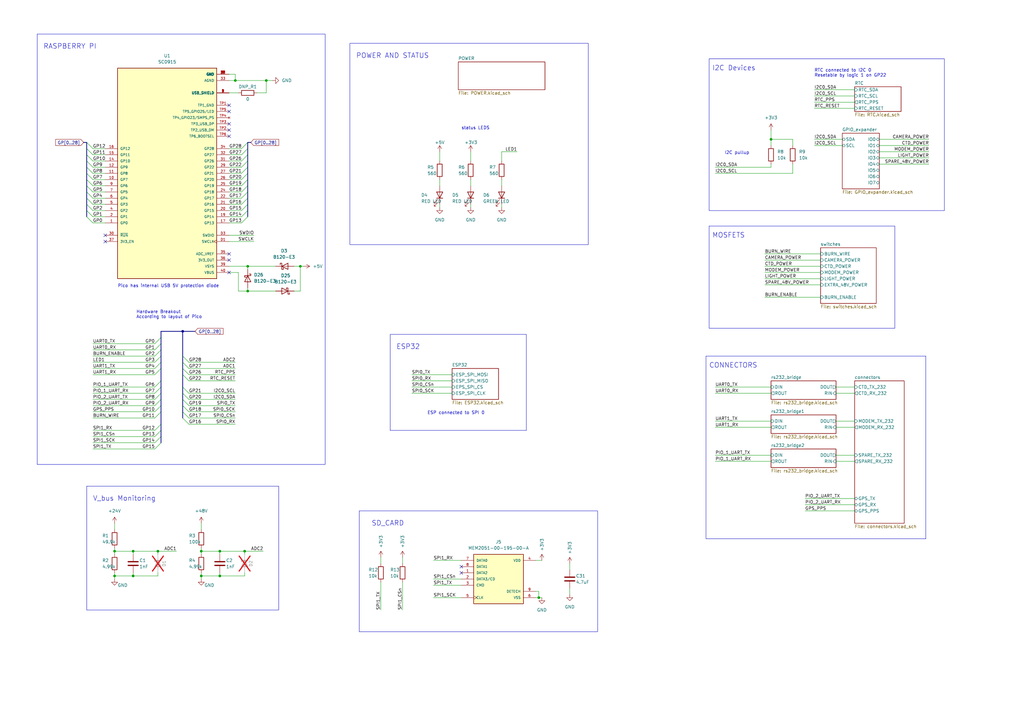
<source format=kicad_sch>
(kicad_sch (version 20230121) (generator eeschema)
  (paper "A3")
  (lib_symbols
    (symbol "Device:C" (pin_numbers hide) (pin_names (offset 0.254))
      (property "Reference" "C" (at 0.635 2.54 0))
      (property "Value" "C" (at 0.635 -2.54 0))
      (symbol "C_0_1"
        (polyline (pts (xy -2.032 -0.762) (xy 2.032 -0.762)) (stroke (width 0.508)))
        (polyline (pts (xy -2.032 0.762) (xy 2.032 0.762)) (stroke (width 0.508)))
      )
      (symbol "C_1_1"
        (pin passive line (at 0 3.81 270) (length 2.794) (name "~") (number "1"))
        (pin passive line (at 0 -3.81 90) (length 2.794) (name "~") (number "2"))
      )
    )
    (symbol "Device:D_Zener" (pin_numbers hide) (pin_names (offset 1.016) hide)
      (property "Reference" "D" (at 0 2.54 0))
      (property "Value" "D_Zener" (at 0 -2.54 0))
      (symbol "D_Zener_0_1"
        (polyline (pts (xy 1.27 0) (xy -1.27 0)))
        (polyline (pts (xy -1.27 -1.27) (xy -1.27 1.27) (xy -0.762 1.27)) (stroke (width 0.254)))
        (polyline (pts (xy 1.27 -1.27) (xy 1.27 1.27) (xy -1.27 0) (xy 1.27 -1.27)) (stroke (width 0.254)))
      )
      (symbol "D_Zener_1_1"
        (pin passive line (at -3.81 0 0) (length 2.54) (name "K") (number "1"))
        (pin passive line (at 3.81 0 180) (length 2.54) (name "A") (number "2"))
      )
    )
    (symbol "Device:LED" (pin_numbers hide) (pin_names (offset 1.016) hide)
      (property "Reference" "D" (at 0 2.54 0))
      (property "Value" "LED" (at 0 -2.54 0))
      (symbol "LED_0_1"
        (polyline (pts (xy -1.27 -1.27) (xy -1.27 1.27)) (stroke (width 0.254)))
        (polyline (pts (xy -1.27 0) (xy 1.27 0)))
        (polyline (pts (xy 1.27 -1.27) (xy 1.27 1.27) (xy -1.27 0) (xy 1.27 -1.27)) (stroke (width 0.254)))
        (polyline (pts (xy -3.048 -0.762) (xy -4.572 -2.286) (xy -3.81 -2.286) (xy -4.572 -2.286) (xy -4.572 -1.524)))
        (polyline (pts (xy -1.778 -0.762) (xy -3.302 -2.286) (xy -2.54 -2.286) (xy -3.302 -2.286) (xy -3.302 -1.524)))
      )
      (symbol "LED_1_1"
        (pin passive line (at -3.81 0 0) (length 2.54) (name "K") (number "1"))
        (pin passive line (at 3.81 0 180) (length 2.54) (name "A") (number "2"))
      )
    )
    (symbol "Device:R" (pin_numbers hide) (pin_names (offset 0))
      (property "Reference" "R" (at 2.032 0 90))
      (property "Value" "R" (at 0 0 90))
      (symbol "R_0_1"
        (rectangle (start -1.016 -2.54) (end 1.016 2.54) (stroke (width 0.254)))
      )
      (symbol "R_1_1"
        (pin passive line (at 0 3.81 270) (length 1.27) (name "~") (number "1"))
        (pin passive line (at 0 -3.81 90) (length 1.27) (name "~") (number "2"))
      )
    )
    (symbol "Diode:B120-E3" (pin_numbers hide) (pin_names hide)
      (property "Reference" "D" (at 0 2.54 0))
      (property "Value" "B120-E3" (at 0 -2.54 0))
      (symbol "B120-E3_0_1"
        (polyline (pts (xy 1.27 0) (xy -1.27 0)))
        (polyline (pts (xy 1.27 1.27) (xy 1.27 -1.27) (xy -1.27 0) (xy 1.27 1.27)) (stroke (width 0.254)))
        (polyline (pts (xy -1.905 0.635) (xy -1.905 1.27) (xy -1.27 1.27) (xy -1.27 -1.27) (xy -0.635 -1.27) (xy -0.635 -0.635)) (stroke (width 0.254)))
      )
      (symbol "B120-E3_1_1"
        (pin passive line (at -3.81 0 0) (length 2.54) (name "K") (number "1"))
        (pin passive line (at 3.81 0 180) (length 2.54) (name "A") (number "2"))
      )
    )
    (symbol "MEM2051-00-195-00-A:MEM2051-00-195-00-A" (pin_names (offset 1.016))
      (property "Reference" "J" (at -10.16 10.16 0))
      (property "Value" "MEM2051-00-195-00-A" (at -10.16 -12.7 0))
      (symbol "MEM2051-00-195-00-A_0_0"
        (rectangle (start -10.16 -10.16) (end 10.16 10.16) (stroke (width 0.254)) (fill (type background)))
        (pin bidirectional line (at -15.24 2.54 0) (length 5.08) (name "DATA2") (number "1"))
        (pin bidirectional line (at -15.24 0 0) (length 5.08) (name "DATA3/CD") (number "2"))
        (pin bidirectional line (at -15.24 -2.54 0) (length 5.08) (name "CMD") (number "3"))
        (pin power_in line (at 15.24 7.62 180) (length 5.08) (name "VDD") (number "4"))
        (pin bidirectional clock (at -15.24 -7.62 0) (length 5.08) (name "CLK") (number "5"))
        (pin power_in line (at 15.24 -7.62 180) (length 5.08) (name "VSS") (number "6"))
        (pin bidirectional line (at -15.24 7.62 0) (length 5.08) (name "DATA0") (number "7"))
        (pin bidirectional line (at -15.24 5.08 0) (length 5.08) (name "DATA1") (number "8"))
        (pin passive line (at 15.24 -5.08 180) (length 5.08) (name "DETECH") (number "9"))
      )
    )
    (symbol "SC0915:SC0915" (pin_names (offset 1.016))
      (property "Reference" "U" (at -20.32 44.069 0))
      (property "Value" "SC0915" (at -20.32 -45.72 0))
      (symbol "SC0915_0_0"
        (rectangle (start -20.32 -43.18) (end 20.32 43.18) (stroke (width 0.254)) (fill (type background)))
        (pin bidirectional line (at -25.4 20.32 0) (length 5.08) (name "GP0") (number "1"))
        (pin bidirectional line (at -25.4 2.54 0) (length 5.08) (name "GP7") (number "10"))
        (pin bidirectional line (at -25.4 0 0) (length 5.08) (name "GP8") (number "11"))
        (pin bidirectional line (at -25.4 -2.54 0) (length 5.08) (name "GP9") (number "12"))
        (pin power_in line (at 25.4 -40.64 180) (length 5.08) (name "GND") (number "13"))
        (pin bidirectional line (at -25.4 -5.08 0) (length 5.08) (name "GP10") (number "14"))
        (pin bidirectional line (at -25.4 -7.62 0) (length 5.08) (name "GP11") (number "15"))
        (pin bidirectional line (at -25.4 -10.16 0) (length 5.08) (name "GP12") (number "16"))
        (pin bidirectional line (at 25.4 20.32 180) (length 5.08) (name "GP13") (number "17"))
        (pin power_in line (at 25.4 -40.64 180) (length 5.08) (name "GND") (number "18"))
        (pin bidirectional line (at 25.4 17.78 180) (length 5.08) (name "GP14") (number "19"))
        (pin bidirectional line (at -25.4 17.78 0) (length 5.08) (name "GP1") (number "2"))
        (pin bidirectional line (at 25.4 15.24 180) (length 5.08) (name "GP15") (number "20"))
        (pin bidirectional line (at 25.4 12.7 180) (length 5.08) (name "GP16") (number "21"))
        (pin bidirectional line (at 25.4 10.16 180) (length 5.08) (name "GP17") (number "22"))
        (pin power_in line (at 25.4 -40.64 180) (length 5.08) (name "GND") (number "23"))
        (pin bidirectional line (at 25.4 7.62 180) (length 5.08) (name "GP18") (number "24"))
        (pin bidirectional line (at 25.4 5.08 180) (length 5.08) (name "GP19") (number "25"))
        (pin bidirectional line (at 25.4 2.54 180) (length 5.08) (name "GP20") (number "26"))
        (pin bidirectional line (at 25.4 0 180) (length 5.08) (name "GP21") (number "27"))
        (pin power_in line (at 25.4 -40.64 180) (length 5.08) (name "GND") (number "28"))
        (pin bidirectional line (at 25.4 -2.54 180) (length 5.08) (name "GP22") (number "29"))
        (pin power_in line (at 25.4 -40.64 180) (length 5.08) (name "GND") (number "3"))
        (pin input line (at -25.4 25.4 0) (length 5.08) (name "~{RUN}") (number "30"))
        (pin bidirectional line (at 25.4 -5.08 180) (length 5.08) (name "GP26") (number "31"))
        (pin bidirectional line (at 25.4 -7.62 180) (length 5.08) (name "GP27") (number "32"))
        (pin power_in line (at 25.4 -38.1 180) (length 5.08) (name "AGND") (number "33"))
        (pin bidirectional line (at 25.4 -10.16 180) (length 5.08) (name "GP28") (number "34"))
        (pin power_in line (at 25.4 33.02 180) (length 5.08) (name "ADC_VREF") (number "35"))
        (pin power_in line (at 25.4 35.56 180) (length 5.08) (name "3V3_OUT") (number "36"))
        (pin input line (at -25.4 27.94 0) (length 5.08) (name "3V3_EN") (number "37"))
        (pin power_in line (at 25.4 -40.64 180) (length 5.08) (name "GND") (number "38"))
        (pin power_in line (at 25.4 38.1 180) (length 5.08) (name "VSYS") (number "39"))
        (pin bidirectional line (at -25.4 15.24 0) (length 5.08) (name "GP2") (number "4"))
        (pin power_in line (at 25.4 40.64 180) (length 5.08) (name "VBUS") (number "40"))
        (pin bidirectional line (at -25.4 12.7 0) (length 5.08) (name "GP3") (number "5"))
        (pin bidirectional line (at -25.4 10.16 0) (length 5.08) (name "GP4") (number "6"))
        (pin bidirectional line (at -25.4 7.62 0) (length 5.08) (name "GP5") (number "7"))
        (pin power_in line (at 25.4 -40.64 180) (length 5.08) (name "GND") (number "8"))
        (pin bidirectional line (at -25.4 5.08 0) (length 5.08) (name "GP6") (number "9"))
        (pin power_in line (at 25.4 -33.02 180) (length 5.08) (name "USB_SHIELD") (number "A"))
        (pin power_in line (at 25.4 -33.02 180) (length 5.08) (name "USB_SHIELD") (number "B"))
        (pin power_in line (at 25.4 -33.02 180) (length 5.08) (name "USB_SHIELD") (number "C"))
        (pin power_in line (at 25.4 -33.02 180) (length 5.08) (name "USB_SHIELD") (number "D"))
        (pin input clock (at 25.4 27.94 180) (length 5.08) (name "SWCLK") (number "D1"))
        (pin power_in line (at 25.4 -40.64 180) (length 5.08) (name "GND") (number "D2"))
        (pin bidirectional line (at 25.4 25.4 180) (length 5.08) (name "SWDIO") (number "D3"))
        (pin power_in line (at 25.4 -27.94 180) (length 5.08) (name "TP1_GND") (number "TP1"))
        (pin bidirectional line (at 25.4 -17.78 180) (length 5.08) (name "TP2_USB_DM") (number "TP2"))
        (pin bidirectional line (at 25.4 -20.32 180) (length 5.08) (name "TP3_USB_DP") (number "TP3"))
        (pin no_connect line (at 25.4 -22.86 180) (length 5.08) (name "TP4_GPIO23/SMPS_PS") (number "TP4"))
        (pin output line (at 25.4 -25.4 180) (length 5.08) (name "TP5_GPIO25/LED") (number "TP5"))
        (pin input line (at 25.4 -15.24 180) (length 5.08) (name "TP6_BOOTSEL") (number "TP6"))
      )
    )
    (symbol "power:+24V" (power) (pin_names (offset 0))
      (property "Value" "+24V" (at 0 3.556 0))
      (symbol "+24V_0_1"
        (polyline (pts (xy -0.762 1.27) (xy 0 2.54)))
        (polyline (pts (xy 0 0) (xy 0 2.54)))
        (polyline (pts (xy 0 2.54) (xy 0.762 1.27)))
      )
      (symbol "+24V_1_1"
        (pin power_in line (at 0 0 90) (length 0) hide (name "+24V") (number "1"))
      )
    )
    (symbol "power:+3V3" (power) (pin_names (offset 0))
      (property "Value" "+3V3" (at 0 3.556 0))
      (symbol "+3V3_0_1"
        (polyline (pts (xy -0.762 1.27) (xy 0 2.54)))
        (polyline (pts (xy 0 0) (xy 0 2.54)))
        (polyline (pts (xy 0 2.54) (xy 0.762 1.27)))
      )
      (symbol "+3V3_1_1"
        (pin power_in line (at 0 0 90) (length 0) hide (name "+3V3") (number "1"))
      )
    )
    (symbol "power:+48V" (power) (pin_names (offset 0))
      (property "Value" "+48V" (at 0 3.556 0))
      (symbol "+48V_0_1"
        (polyline (pts (xy -0.762 1.27) (xy 0 2.54)))
        (polyline (pts (xy 0 0) (xy 0 2.54)))
        (polyline (pts (xy 0 2.54) (xy 0.762 1.27)))
      )
      (symbol "+48V_1_1"
        (pin power_in line (at 0 0 90) (length 0) hide (name "+48V") (number "1"))
      )
    )
    (symbol "power:+5V" (power) (pin_names (offset 0))
      (property "Value" "+5V" (at 0 3.556 0))
      (symbol "+5V_0_1"
        (polyline (pts (xy -0.762 1.27) (xy 0 2.54)))
        (polyline (pts (xy 0 0) (xy 0 2.54)))
        (polyline (pts (xy 0 2.54) (xy 0.762 1.27)))
      )
      (symbol "+5V_1_1"
        (pin power_in line (at 0 0 90) (length 0) hide (name "+5V") (number "1"))
      )
    )
    (symbol "power:GND" (power) (pin_names (offset 0))
      (property "Value" "GND" (at 0 -3.81 0))
      (symbol "GND_0_1"
        (polyline (pts (xy 0 0) (xy 0 -1.27) (xy 1.27 -1.27) (xy 0 -2.54) (xy -1.27 -1.27) (xy 0 -1.27)))
      )
      (symbol "GND_1_1"
        (pin power_in line (at 0 0 270) (length 0) hide (name "GND") (number "1"))
      )
    )
  )
  (junction (at 54.61 236.22))
  (junction (at 64.77 226.06))
  (junction (at 123.19 109.22))
  (junction (at 54.61 226.06))
  (junction (at 90.17 236.22))
  (junction (at 74.93 135.89))
  (junction (at 101.6 119.38))
  (junction (at 46.99 226.06))
  (junction (at 82.55 226.06))
  (junction (at 82.55 236.22))
  (junction (at 96.52 33.02))
  (junction (at 46.99 236.22))
  (junction (at 316.23 57.15))
  (junction (at 101.6 109.22))
  (junction (at 220.98 245.11))
  (junction (at 90.17 226.06))
  (junction (at 109.22 33.02))
  (junction (at 100.33 226.06))
  (no_connect (at 93.98 111.76))
  (no_connect (at 93.98 53.34))
  (no_connect (at 93.98 45.72))
  (no_connect (at 189.23 232.41))
  (no_connect (at 43.18 96.52))
  (no_connect (at 93.98 50.8))
  (no_connect (at 93.98 106.68))
  (no_connect (at 43.18 99.06))
  (no_connect (at 93.98 55.88))
  (no_connect (at 189.23 234.95))
  (no_connect (at 93.98 104.14))
  (no_connect (at 93.98 43.18))
  (bus_entry (at 99.06 68.58) (size 2.54 -2.54))
  (bus_entry (at 77.47 166.37) (size -2.54 -2.54))
  (bus_entry (at 77.47 151.13) (size -2.54 -2.54))
  (bus_entry (at 77.47 171.45) (size -2.54 -2.54))
  (bus_entry (at 38.1 68.58) (size -2.54 -2.54))
  (bus_entry (at 38.1 83.82) (size -2.54 -2.54))
  (bus_entry (at 38.1 66.04) (size -2.54 -2.54))
  (bus_entry (at 77.47 161.29) (size -2.54 -2.54))
  (bus_entry (at 38.1 88.9) (size -2.54 -2.54))
  (bus_entry (at 63.5 148.59) (size 2.54 -2.54))
  (bus_entry (at 63.5 158.75) (size 2.54 -2.54))
  (bus_entry (at 38.1 86.36) (size -2.54 -2.54))
  (bus_entry (at 63.5 140.97) (size 2.54 -2.54))
  (bus_entry (at 77.47 148.59) (size -2.54 -2.54))
  (bus_entry (at 99.06 66.04) (size 2.54 -2.54))
  (bus_entry (at 63.5 163.83) (size 2.54 -2.54))
  (bus_entry (at 99.06 76.2) (size 2.54 -2.54))
  (bus_entry (at 99.06 86.36) (size 2.54 -2.54))
  (bus_entry (at 99.06 71.12) (size 2.54 -2.54))
  (bus_entry (at 99.06 78.74) (size 2.54 -2.54))
  (bus_entry (at 77.47 156.21) (size -2.54 -2.54))
  (bus_entry (at 38.1 76.2) (size -2.54 -2.54))
  (bus_entry (at 99.06 63.5) (size 2.54 -2.54))
  (bus_entry (at 38.1 63.5) (size -2.54 -2.54))
  (bus_entry (at 63.5 179.07) (size 2.54 -2.54))
  (bus_entry (at 38.1 91.44) (size -2.54 -2.54))
  (bus_entry (at 63.5 166.37) (size 2.54 -2.54))
  (bus_entry (at 63.5 161.29) (size 2.54 -2.54))
  (bus_entry (at 77.47 173.99) (size -2.54 -2.54))
  (bus_entry (at 99.06 81.28) (size 2.54 -2.54))
  (bus_entry (at 63.5 176.53) (size 2.54 -2.54))
  (bus_entry (at 38.1 78.74) (size -2.54 -2.54))
  (bus_entry (at 63.5 171.45) (size 2.54 -2.54))
  (bus_entry (at 63.5 181.61) (size 2.54 -2.54))
  (bus_entry (at 77.47 153.67) (size -2.54 -2.54))
  (bus_entry (at 99.06 83.82) (size 2.54 -2.54))
  (bus_entry (at 63.5 168.91) (size 2.54 -2.54))
  (bus_entry (at 77.47 163.83) (size -2.54 -2.54))
  (bus_entry (at 63.5 153.67) (size 2.54 -2.54))
  (bus_entry (at 99.06 73.66) (size 2.54 -2.54))
  (bus_entry (at 38.1 60.96) (size -2.54 -2.54))
  (bus_entry (at 77.47 168.91) (size -2.54 -2.54))
  (bus_entry (at 99.06 91.44) (size 2.54 -2.54))
  (bus_entry (at 38.1 81.28) (size -2.54 -2.54))
  (bus_entry (at 38.1 73.66) (size -2.54 -2.54))
  (bus_entry (at 63.5 143.51) (size 2.54 -2.54))
  (bus_entry (at 63.5 184.15) (size 2.54 -2.54))
  (bus_entry (at 63.5 146.05) (size 2.54 -2.54))
  (bus_entry (at 99.06 60.96) (size 2.54 -2.54))
  (bus_entry (at 38.1 71.12) (size -2.54 -2.54))
  (bus_entry (at 63.5 151.13) (size 2.54 -2.54))
  (bus_entry (at 99.06 88.9) (size 2.54 -2.54))
  (bus (pts (xy 66.04 138.43) (xy 66.04 140.97)))
  (wire (pts (xy 38.1 76.2) (xy 43.18 76.2)))
  (bus (pts (xy 35.56 73.66) (xy 35.56 76.2)))
  (wire (pts (xy 63.5 143.51) (xy 38.1 143.51)))
  (wire (pts (xy 123.19 109.22) (xy 123.19 119.38)))
  (wire (pts (xy 205.74 73.66) (xy 205.74 76.2)))
  (wire (pts (xy 63.5 161.29) (xy 38.1 161.29)))
  (bus (pts (xy 74.93 135.89) (xy 74.93 146.05)))
  (wire (pts (xy 38.1 81.28) (xy 43.18 81.28)))
  (wire (pts (xy 325.12 57.15) (xy 325.12 59.69)))
  (wire (pts (xy 63.5 184.15) (xy 38.1 184.15)))
  (wire (pts (xy 97.79 119.38) (xy 101.6 119.38)))
  (wire (pts (xy 360.68 67.31) (xy 381 67.31)))
  (bus (pts (xy 74.93 153.67) (xy 74.93 158.75)))
  (wire (pts (xy 233.68 241.3) (xy 233.68 243.84)))
  (wire (pts (xy 82.55 234.95) (xy 82.55 236.22)))
  (wire (pts (xy 64.77 226.06) (xy 72.39 226.06)))
  (bus (pts (xy 101.6 68.58) (xy 101.6 71.12)))
  (wire (pts (xy 93.98 99.06) (xy 104.14 99.06)))
  (bus (pts (xy 66.04 158.75) (xy 66.04 161.29)))
  (wire (pts (xy 77.47 171.45) (xy 96.52 171.45)))
  (wire (pts (xy 330.2 204.47) (xy 350.52 204.47)))
  (wire (pts (xy 293.37 161.29) (xy 316.23 161.29)))
  (wire (pts (xy 220.98 242.57) (xy 220.98 245.11)))
  (wire (pts (xy 336.55 106.68) (xy 313.69 106.68)))
  (bus (pts (xy 66.04 163.83) (xy 66.04 166.37)))
  (wire (pts (xy 90.17 226.06) (xy 90.17 227.33)))
  (wire (pts (xy 120.65 119.38) (xy 123.19 119.38)))
  (wire (pts (xy 336.55 111.76) (xy 313.69 111.76)))
  (wire (pts (xy 233.68 231.14) (xy 233.68 233.68)))
  (wire (pts (xy 82.55 236.22) (xy 82.55 237.49)))
  (wire (pts (xy 330.2 209.55) (xy 350.52 209.55)))
  (wire (pts (xy 77.47 166.37) (xy 96.52 166.37)))
  (wire (pts (xy 100.33 234.95) (xy 100.33 236.22)))
  (wire (pts (xy 293.37 175.26) (xy 316.23 175.26)))
  (wire (pts (xy 82.55 236.22) (xy 90.17 236.22)))
  (wire (pts (xy 93.98 60.96) (xy 99.06 60.96)))
  (bus (pts (xy 66.04 168.91) (xy 66.04 173.99)))
  (wire (pts (xy 101.6 109.22) (xy 113.03 109.22)))
  (wire (pts (xy 336.55 116.84) (xy 313.69 116.84)))
  (wire (pts (xy 100.33 226.06) (xy 100.33 227.33)))
  (wire (pts (xy 185.42 161.29) (xy 168.91 161.29)))
  (wire (pts (xy 177.8 245.11) (xy 189.23 245.11)))
  (wire (pts (xy 90.17 236.22) (xy 100.33 236.22)))
  (wire (pts (xy 63.5 140.97) (xy 38.1 140.97)))
  (wire (pts (xy 38.1 63.5) (xy 43.18 63.5)))
  (wire (pts (xy 325.12 57.15) (xy 316.23 57.15)))
  (wire (pts (xy 342.9 186.69) (xy 350.52 186.69)))
  (bus (pts (xy 35.56 68.58) (xy 35.56 71.12)))
  (wire (pts (xy 93.98 86.36) (xy 99.06 86.36)))
  (wire (pts (xy 77.47 153.67) (xy 96.52 153.67)))
  (wire (pts (xy 77.47 151.13) (xy 96.52 151.13)))
  (wire (pts (xy 46.99 226.06) (xy 46.99 227.33)))
  (wire (pts (xy 93.98 81.28) (xy 99.06 81.28)))
  (wire (pts (xy 180.34 62.23) (xy 180.34 66.04)))
  (wire (pts (xy 165.1 228.6) (xy 165.1 231.14)))
  (bus (pts (xy 66.04 135.89) (xy 66.04 138.43)))
  (wire (pts (xy 93.98 33.02) (xy 96.52 33.02)))
  (wire (pts (xy 219.71 245.11) (xy 220.98 245.11)))
  (wire (pts (xy 38.1 71.12) (xy 43.18 71.12)))
  (wire (pts (xy 46.99 214.63) (xy 46.99 217.17)))
  (bus (pts (xy 66.04 148.59) (xy 66.04 151.13)))
  (bus (pts (xy 35.56 66.04) (xy 35.56 68.58)))
  (wire (pts (xy 77.47 173.99) (xy 96.52 173.99)))
  (wire (pts (xy 54.61 236.22) (xy 64.77 236.22)))
  (wire (pts (xy 54.61 226.06) (xy 54.61 227.33)))
  (wire (pts (xy 82.55 224.79) (xy 82.55 226.06)))
  (wire (pts (xy 93.98 96.52) (xy 104.14 96.52)))
  (wire (pts (xy 156.21 228.6) (xy 156.21 231.14)))
  (wire (pts (xy 156.21 250.19) (xy 156.21 238.76)))
  (bus (pts (xy 34.29 58.42) (xy 35.56 58.42)))
  (bus (pts (xy 35.56 86.36) (xy 35.56 88.9)))
  (bus (pts (xy 66.04 166.37) (xy 66.04 168.91)))
  (wire (pts (xy 82.55 214.63) (xy 82.55 217.17)))
  (wire (pts (xy 316.23 53.34) (xy 316.23 57.15)))
  (wire (pts (xy 293.37 71.12) (xy 325.12 71.12)))
  (bus (pts (xy 74.93 166.37) (xy 74.93 168.91)))
  (wire (pts (xy 43.18 91.44) (xy 38.1 91.44)))
  (bus (pts (xy 101.6 83.82) (xy 101.6 86.36)))
  (wire (pts (xy 93.98 88.9) (xy 99.06 88.9)))
  (bus (pts (xy 35.56 81.28) (xy 35.56 83.82)))
  (wire (pts (xy 342.9 161.29) (xy 350.52 161.29)))
  (wire (pts (xy 54.61 234.95) (xy 54.61 236.22)))
  (wire (pts (xy 64.77 226.06) (xy 64.77 227.33)))
  (wire (pts (xy 350.52 36.83) (xy 334.01 36.83)))
  (wire (pts (xy 93.98 66.04) (xy 99.06 66.04)))
  (wire (pts (xy 38.1 83.82) (xy 43.18 83.82)))
  (wire (pts (xy 46.99 236.22) (xy 54.61 236.22)))
  (wire (pts (xy 360.68 57.15) (xy 381 57.15)))
  (wire (pts (xy 293.37 189.23) (xy 316.23 189.23)))
  (bus (pts (xy 101.6 73.66) (xy 101.6 76.2)))
  (wire (pts (xy 316.23 57.15) (xy 316.23 59.69)))
  (wire (pts (xy 93.98 78.74) (xy 99.06 78.74)))
  (wire (pts (xy 177.8 237.49) (xy 189.23 237.49)))
  (bus (pts (xy 35.56 83.82) (xy 35.56 86.36)))
  (wire (pts (xy 77.47 148.59) (xy 96.52 148.59)))
  (wire (pts (xy 63.5 181.61) (xy 38.1 181.61)))
  (wire (pts (xy 334.01 59.69) (xy 345.44 59.69)))
  (wire (pts (xy 350.52 44.45) (xy 334.01 44.45)))
  (wire (pts (xy 336.55 114.3) (xy 313.69 114.3)))
  (wire (pts (xy 38.1 73.66) (xy 43.18 73.66)))
  (wire (pts (xy 63.5 158.75) (xy 38.1 158.75)))
  (bus (pts (xy 66.04 151.13) (xy 66.04 156.21)))
  (bus (pts (xy 74.93 168.91) (xy 74.93 171.45)))
  (wire (pts (xy 93.98 38.1) (xy 97.79 38.1)))
  (wire (pts (xy 219.71 229.87) (xy 222.25 229.87)))
  (wire (pts (xy 336.55 121.92) (xy 313.69 121.92)))
  (bus (pts (xy 74.93 146.05) (xy 74.93 148.59)))
  (bus (pts (xy 101.6 63.5) (xy 101.6 66.04)))
  (wire (pts (xy 193.04 62.23) (xy 193.04 66.04)))
  (wire (pts (xy 185.42 153.67) (xy 168.91 153.67)))
  (bus (pts (xy 74.93 148.59) (xy 74.93 151.13)))
  (wire (pts (xy 63.5 163.83) (xy 38.1 163.83)))
  (wire (pts (xy 109.22 38.1) (xy 109.22 33.02)))
  (bus (pts (xy 66.04 161.29) (xy 66.04 163.83)))
  (wire (pts (xy 360.68 62.23) (xy 381 62.23)))
  (wire (pts (xy 46.99 234.95) (xy 46.99 236.22)))
  (wire (pts (xy 123.19 109.22) (xy 124.46 109.22)))
  (wire (pts (xy 180.34 73.66) (xy 180.34 76.2)))
  (bus (pts (xy 35.56 60.96) (xy 35.56 63.5)))
  (wire (pts (xy 205.74 62.23) (xy 212.09 62.23)))
  (bus (pts (xy 66.04 176.53) (xy 66.04 179.07)))
  (wire (pts (xy 46.99 226.06) (xy 54.61 226.06)))
  (wire (pts (xy 38.1 60.96) (xy 43.18 60.96)))
  (bus (pts (xy 101.6 58.42) (xy 102.87 58.42)))
  (bus (pts (xy 101.6 71.12) (xy 101.6 73.66)))
  (bus (pts (xy 35.56 71.12) (xy 35.56 73.66)))
  (wire (pts (xy 330.2 207.01) (xy 350.52 207.01)))
  (wire (pts (xy 93.98 109.22) (xy 101.6 109.22)))
  (wire (pts (xy 90.17 234.95) (xy 90.17 236.22)))
  (bus (pts (xy 74.93 161.29) (xy 74.93 163.83)))
  (wire (pts (xy 316.23 68.58) (xy 316.23 67.31)))
  (wire (pts (xy 293.37 158.75) (xy 316.23 158.75)))
  (wire (pts (xy 193.04 73.66) (xy 193.04 76.2)))
  (bus (pts (xy 101.6 58.42) (xy 101.6 60.96)))
  (bus (pts (xy 35.56 78.74) (xy 35.56 81.28)))
  (wire (pts (xy 101.6 109.22) (xy 101.6 110.49)))
  (bus (pts (xy 74.93 163.83) (xy 74.93 166.37)))
  (wire (pts (xy 82.55 226.06) (xy 82.55 227.33)))
  (wire (pts (xy 177.8 229.87) (xy 189.23 229.87)))
  (bus (pts (xy 66.04 146.05) (xy 66.04 148.59)))
  (wire (pts (xy 342.9 175.26) (xy 350.52 175.26)))
  (wire (pts (xy 185.42 156.21) (xy 168.91 156.21)))
  (wire (pts (xy 38.1 171.45) (xy 63.5 171.45)))
  (wire (pts (xy 63.5 148.59) (xy 38.1 148.59)))
  (wire (pts (xy 293.37 68.58) (xy 316.23 68.58)))
  (wire (pts (xy 77.47 168.91) (xy 96.52 168.91)))
  (wire (pts (xy 101.6 118.11) (xy 101.6 119.38)))
  (wire (pts (xy 336.55 109.22) (xy 313.69 109.22)))
  (wire (pts (xy 342.9 158.75) (xy 350.52 158.75)))
  (wire (pts (xy 93.98 76.2) (xy 99.06 76.2)))
  (wire (pts (xy 109.22 33.02) (xy 111.76 33.02)))
  (wire (pts (xy 336.55 104.14) (xy 313.69 104.14)))
  (bus (pts (xy 101.6 81.28) (xy 101.6 83.82)))
  (wire (pts (xy 219.71 242.57) (xy 220.98 242.57)))
  (wire (pts (xy 93.98 68.58) (xy 99.06 68.58)))
  (bus (pts (xy 66.04 179.07) (xy 66.04 181.61)))
  (wire (pts (xy 90.17 226.06) (xy 100.33 226.06)))
  (wire (pts (xy 342.9 172.72) (xy 350.52 172.72)))
  (wire (pts (xy 93.98 91.44) (xy 99.06 91.44)))
  (wire (pts (xy 77.47 156.21) (xy 96.52 156.21)))
  (wire (pts (xy 93.98 30.48) (xy 96.52 30.48)))
  (wire (pts (xy 101.6 119.38) (xy 113.03 119.38)))
  (wire (pts (xy 360.68 64.77) (xy 381 64.77)))
  (wire (pts (xy 43.18 88.9) (xy 38.1 88.9)))
  (wire (pts (xy 38.1 78.74) (xy 43.18 78.74)))
  (wire (pts (xy 185.42 158.75) (xy 168.91 158.75)))
  (wire (pts (xy 63.5 179.07) (xy 38.1 179.07)))
  (wire (pts (xy 360.68 59.69) (xy 381 59.69)))
  (wire (pts (xy 165.1 250.19) (xy 165.1 238.76)))
  (bus (pts (xy 101.6 76.2) (xy 101.6 78.74)))
  (bus (pts (xy 74.93 158.75) (xy 74.93 161.29)))
  (bus (pts (xy 66.04 173.99) (xy 66.04 176.53)))
  (wire (pts (xy 193.04 83.82) (xy 193.04 85.09)))
  (wire (pts (xy 38.1 68.58) (xy 43.18 68.58)))
  (wire (pts (xy 64.77 234.95) (xy 64.77 236.22)))
  (wire (pts (xy 63.5 153.67) (xy 38.1 153.67)))
  (wire (pts (xy 77.47 161.29) (xy 96.52 161.29)))
  (bus (pts (xy 74.93 151.13) (xy 74.93 153.67)))
  (wire (pts (xy 105.41 38.1) (xy 109.22 38.1)))
  (wire (pts (xy 54.61 226.06) (xy 64.77 226.06)))
  (wire (pts (xy 100.33 226.06) (xy 107.95 226.06)))
  (wire (pts (xy 205.74 83.82) (xy 205.74 85.09)))
  (bus (pts (xy 101.6 78.74) (xy 101.6 81.28)))
  (wire (pts (xy 63.5 176.53) (xy 38.1 176.53)))
  (wire (pts (xy 63.5 146.05) (xy 38.1 146.05)))
  (wire (pts (xy 293.37 186.69) (xy 316.23 186.69)))
  (bus (pts (xy 35.56 63.5) (xy 35.56 66.04)))
  (wire (pts (xy 93.98 111.76) (xy 97.79 111.76)))
  (wire (pts (xy 46.99 236.22) (xy 46.99 237.49)))
  (bus (pts (xy 66.04 143.51) (xy 66.04 146.05)))
  (wire (pts (xy 325.12 71.12) (xy 325.12 67.31)))
  (wire (pts (xy 93.98 71.12) (xy 99.06 71.12)))
  (wire (pts (xy 46.99 224.79) (xy 46.99 226.06)))
  (wire (pts (xy 96.52 30.48) (xy 96.52 33.02)))
  (wire (pts (xy 63.5 166.37) (xy 38.1 166.37)))
  (bus (pts (xy 80.01 135.89) (xy 74.93 135.89)))
  (wire (pts (xy 350.52 39.37) (xy 334.01 39.37)))
  (wire (pts (xy 77.47 163.83) (xy 96.52 163.83)))
  (wire (pts (xy 293.37 172.72) (xy 316.23 172.72)))
  (wire (pts (xy 342.9 189.23) (xy 350.52 189.23)))
  (bus (pts (xy 101.6 60.96) (xy 101.6 63.5)))
  (wire (pts (xy 177.8 240.03) (xy 189.23 240.03)))
  (bus (pts (xy 101.6 86.36) (xy 101.6 88.9)))
  (wire (pts (xy 93.98 73.66) (xy 99.06 73.66)))
  (wire (pts (xy 220.98 245.11) (xy 222.25 245.11)))
  (wire (pts (xy 120.65 109.22) (xy 123.19 109.22)))
  (wire (pts (xy 63.5 168.91) (xy 38.1 168.91)))
  (bus (pts (xy 66.04 140.97) (xy 66.04 143.51)))
  (wire (pts (xy 205.74 62.23) (xy 205.74 66.04)))
  (bus (pts (xy 66.04 156.21) (xy 66.04 158.75)))
  (wire (pts (xy 93.98 63.5) (xy 99.06 63.5)))
  (wire (pts (xy 97.79 111.76) (xy 97.79 119.38)))
  (wire (pts (xy 93.98 83.82) (xy 99.06 83.82)))
  (wire (pts (xy 334.01 41.91) (xy 350.52 41.91)))
  (bus (pts (xy 35.56 76.2) (xy 35.56 78.74)))
  (wire (pts (xy 334.01 57.15) (xy 345.44 57.15)))
  (bus (pts (xy 66.04 135.89) (xy 74.93 135.89)))
  (wire (pts (xy 43.18 86.36) (xy 38.1 86.36)))
  (wire (pts (xy 180.34 83.82) (xy 180.34 85.09)))
  (bus (pts (xy 101.6 66.04) (xy 101.6 68.58)))
  (wire (pts (xy 96.52 33.02) (xy 109.22 33.02)))
  (wire (pts (xy 63.5 151.13) (xy 38.1 151.13)))
  (wire (pts (xy 38.1 66.04) (xy 43.18 66.04)))
  (wire (pts (xy 82.55 226.06) (xy 90.17 226.06)))
  (bus (pts (xy 35.56 58.42) (xy 35.56 60.96)))
  (rectangle (start 160.02 137.16) (end 215.9 176.53))
  (rectangle (start 290.83 92.71) (end 367.03 134.62))
  (rectangle (start 290.83 24.13) (end 387.35 86.36))
  (rectangle (start 147.32 209.55) (end 245.11 259.08))
  (rectangle (start 143.51 17.78) (end 241.3 100.33))
  (rectangle (start 35.56 199.39) (end 114.3 250.19))
  (rectangle (start 15.24 13.97) (end 133.35 190.5))
  (rectangle (start 289.56 146.05) (end 379.73 220.98))
  (text "Hardware Breakout\nAccording to layout of Pico\n" (at 55.88 130.81 0) (effects (font (size 1.27 1.27)) (justify left bottom)))
  (text "I2C pullup" (at 297.18 63.5 0) (effects (font (size 1.27 1.27)) (justify left bottom)))
  (text "RTC connected to I2C 0\nResetable by logic 1 on GP22" (at 334.01 31.75 0) (effects (font (size 1.27 1.27)) (justify left bottom)))
  (text "CONNECTORS" (at 290.83 151.13 0) (effects (font (size 2 2)) (justify left bottom)))
  (text "POWER AND STATUS\n" (at 146.05 24.13 0) (effects (font (size 2 2)) (justify left bottom)))
  (text "status LEDS" (at 189.23 53.34 0) (effects (font (size 1.27 1.27)) (justify left bottom)))
  (text "I2C Devices" (at 292.1 29.21 0) (effects (font (size 2 2)) (justify left bottom)))
  (text "ESP32\n" (at 162.56 143.51 0) (effects (font (size 2 2)) (justify left bottom)))
  (text "ESP connected to SPI 0\n" (at 175.26 170.18 0) (effects (font (size 1.27 1.27)) (justify left bottom)))
  (text "V_bus Monitoring\n" (at 38.1 205.74 0) (effects (font (size 2 2)) (justify left bottom)))
  (text "MOSFETS" (at 292.1 97.79 0) (effects (font (size 2 2)) (justify left bottom)))
  (text "SD_CARD\n" (at 152.4 215.9 0) (effects (font (size 2 2)) (justify left bottom)))
  (text "RASPBERRY PI\n" (at 17.78 20.32 0) (effects (font (size 2 2)) (justify left bottom)))
  (text "Pico has internal USB 5V protection diode" (at 48.26 118.11 0) (effects (font (size 1.27 1.27)) (justify left bottom)))
  (label "UART0_TX" (at 38.1 140.97 0))
  (label "PIO_2_UART_TX" (at 38.1 163.83 0))
  (label "GP20" (at 77.47 163.83 0))
  (label "SPI0_SCK" (at 96.52 168.91 180))
  (label "SWDIO" (at 104.14 96.52 180))
  (label "BURN_ENABLE" (at 38.1 146.05 0))
  (label "LED1" (at 212.09 62.23 180))
  (label "GP6" (at 38.1 76.2 0))
  (label "RTC_PPS" (at 96.52 153.67 180))
  (label "SPI0_SCK" (at 168.91 161.29 0))
  (label "GPS_PPS" (at 38.1 168.91 0))
  (label "GP11" (at 38.1 63.5 0))
  (label "UART1_TX" (at 293.37 172.72 0))
  (label "BURN_WIRE" (at 313.69 104.14 0))
  (label "SPARE_48V_POWER" (at 313.69 116.84 0))
  (label "UART0_RX" (at 293.37 161.29 0))
  (label "I2C0_SDA" (at 293.37 68.58 0))
  (label "GP2" (at 38.1 86.36 0))
  (label "GP21" (at 77.47 161.29 0))
  (label "GP21" (at 93.98 71.12 0))
  (label "ADC2" (at 107.95 226.06 180))
  (label "GP1" (at 63.5 143.51 180))
  (label "SPI1_CSn" (at 165.1 250.19 90))
  (label "GP10" (at 63.5 168.91 180))
  (label "SPI0_TX" (at 96.52 166.37 180))
  (label "GP5" (at 38.1 78.74 0))
  (label "CTD_POWER" (at 313.69 109.22 0))
  (label "GP20" (at 93.98 73.66 0))
  (label "PIO_1_UART_TX" (at 38.1 158.75 0))
  (label "GP26" (at 93.98 66.04 0))
  (label "GP16" (at 77.47 173.99 0))
  (label "MODEM_POWER" (at 313.69 111.76 0))
  (label "GP12" (at 63.5 176.53 180))
  (label "GP16" (at 93.98 83.82 0))
  (label "PIO_1_UART_TX" (at 293.37 186.69 0))
  (label "LIGHT_POWER" (at 381 64.77 180))
  (label "I2C0_SCL" (at 293.37 71.12 0))
  (label "GP5" (at 63.5 153.67 180))
  (label "RTC_PPS" (at 334.01 41.91 0))
  (label "I2C0_SCL" (at 334.01 59.69 0))
  (label "GP11" (at 63.5 171.45 180))
  (label "GP13" (at 93.98 91.44 0))
  (label "GP4" (at 63.5 151.13 180))
  (label "SPI1_RX" (at 38.1 176.53 0))
  (label "CTD_POWER" (at 381 59.69 180))
  (label "BURN_ENABLE" (at 313.69 121.92 0))
  (label "GP18" (at 93.98 78.74 0))
  (label "SPI1_CSn" (at 177.8 237.49 0))
  (label "SPI1_CSn" (at 38.1 179.07 0))
  (label "SPI0_CSn" (at 96.52 171.45 180))
  (label "GP26" (at 77.47 153.67 0))
  (label "SPI1_TX" (at 156.21 250.19 90))
  (label "GP9" (at 38.1 68.58 0))
  (label "GP9" (at 63.5 166.37 180))
  (label "PIO_1_UART_RX" (at 38.1 161.29 0))
  (label "UART0_TX" (at 293.37 158.75 0))
  (label "GP0" (at 38.1 91.44 0))
  (label "GP27" (at 77.47 151.13 0))
  (label "GP28" (at 93.98 60.96 0))
  (label "CAMERA_POWER" (at 381 57.15 180))
  (label "SPI0_CSn" (at 168.91 158.75 0))
  (label "I2C0_SDA" (at 96.52 163.83 180))
  (label "UART1_RX" (at 293.37 175.26 0))
  (label "ADC2" (at 96.52 148.59 180))
  (label "SPI1_RX" (at 177.8 229.87 0))
  (label "MODEM_POWER" (at 381 62.23 180))
  (label "GP0" (at 63.5 140.97 180))
  (label "GP27" (at 93.98 63.5 0))
  (label "GP14" (at 63.5 181.61 180))
  (label "LED1" (at 38.1 148.59 0))
  (label "GP8" (at 63.5 163.83 180))
  (label "GP1" (at 38.1 88.9 0))
  (label "I2C0_SCL" (at 96.52 161.29 180))
  (label "UART1_TX" (at 38.1 151.13 0))
  (label "GPS_PPS" (at 330.2 209.55 0))
  (label "GP8" (at 38.1 71.12 0))
  (label "I2C0_SCL" (at 334.01 39.37 0))
  (label "LIGHT_POWER" (at 313.69 114.3 0))
  (label "SPI1_TX" (at 177.8 240.03 0))
  (label "ADC1" (at 72.39 226.06 180))
  (label "I2C0_SDA" (at 334.01 57.15 0))
  (label "GP18" (at 77.47 168.91 0))
  (label "GP4" (at 38.1 81.28 0))
  (label "GP15" (at 63.5 184.15 180))
  (label "GP10" (at 38.1 66.04 0))
  (label "SPARE_48V_POWER" (at 381 67.31 180))
  (label "GP19" (at 93.98 76.2 0))
  (label "SPI0_RX" (at 168.91 156.21 0))
  (label "PIO_2_UART_RX" (at 330.2 207.01 0))
  (label "I2C0_SDA" (at 334.01 36.83 0))
  (label "RTC_RESET" (at 334.01 44.45 0))
  (label "SPI1_TX" (at 38.1 184.15 0))
  (label "GP7" (at 63.5 161.29 180))
  (label "UART1_RX" (at 38.1 153.67 0))
  (label "GP3" (at 63.5 148.59 180))
  (label "ADC1" (at 96.52 151.13 180))
  (label "GP22" (at 93.98 68.58 0))
  (label "UART0_RX" (at 38.1 143.51 0))
  (label "SWCLK" (at 104.14 99.06 180))
  (label "GP28" (at 77.47 148.59 0))
  (label "GP17" (at 93.98 81.28 0))
  (label "GP3" (at 38.1 83.82 0))
  (label "GP19" (at 77.47 166.37 0))
  (label "SPI1_SCK" (at 177.8 245.11 0))
  (label "SPI0_RX" (at 96.52 173.99 180))
  (label "GP22" (at 77.47 156.21 0))
  (label "SPI1_SCK" (at 38.1 181.61 0))
  (label "GP17" (at 77.47 171.45 0))
  (label "GP7" (at 38.1 73.66 0))
  (label "RTC_RESET" (at 96.52 156.21 180))
  (label "GP13" (at 63.5 179.07 180))
  (label "PIO_2_UART_RX" (at 38.1 166.37 0))
  (label "GP12" (at 38.1 60.96 0))
  (label "GP15" (at 93.98 86.36 0))
  (label "BURN_WIRE" (at 38.1 171.45 0))
  (label "CAMERA_POWER" (at 313.69 106.68 0))
  (label "PIO_2_UART_TX" (at 330.2 204.47 0))
  (label "PIO_1_UART_RX" (at 293.37 189.23 0))
  (label "SPI0_TX" (at 168.91 153.67 0))
  (label "GP2" (at 63.5 146.05 180))
  (label "GP6" (at 63.5 158.75 180))
  (label "GP14" (at 93.98 88.9 0))
  (global_label "GP[0..28]" (shape input) (at 34.29 58.42 180) (property "Intersheetrefs" "${INTERSHEET_REFS}" (effects hide)))
  (global_label "GP[0..28]" (shape input) (at 102.87 58.42 0) (property "Intersheetrefs" "${INTERSHEET_REFS}" (effects hide)))
  (global_label "GP[0..28]" (shape input) (at 80.01 135.89 0) (property "Intersheetrefs" "${INTERSHEET_REFS}" (effects hide)))
  (symbol (lib_id "Device:R") (at 46.99 220.98 0) (unit 1)
    (property "Reference" "R1" (at 41.91 219.71 0) (effects (justify left)))
    (property "Value" "49.9k" (at 41.91 222.25 0) (effects (justify left)))
    (property "Footprint" "Resistor_SMD:R_0603_1608Metric" (effects hide))
  )
  (symbol (lib_id "power:GND") (at 46.99 237.49 0) (unit 1)
    (property "Reference" "#PWR02" (effects hide))
    (property "Value" "GND" (at 48.26 240.03 0) (effects (justify left)))
  )
  (symbol (lib_id "Device:LED") (at 193.04 80.01 270) (mirror x) (unit 1)
    (property "Reference" "D5" (at 185.42 80.01 90) (effects (justify left)))
    (property "Value" "RED LED" (at 185.42 82.55 90) (effects (justify left)))
    (property "Footprint" "Diode_SMD:D_0603_1608Metric" (effects hide))
  )
  (symbol (lib_id "power:+5V") (at 180.34 62.23 0) (unit 1)
    (property "Reference" "#PWR09" (effects hide))
    (property "Value" "+5V" (at 180.34 58.42 0))
  )
  (symbol (lib_id "Device:R") (at 82.55 231.14 0) (unit 1)
    (property "Reference" "R4" (at 77.47 229.87 0) (effects (justify left)))
    (property "Value" "4.99k" (at 77.47 232.41 0) (effects (justify left)))
    (property "Footprint" "Resistor_SMD:R_0603_1608Metric" (effects hide))
  )
  (symbol (lib_id "power:+3V3") (at 316.23 53.34 0) (unit 1)
    (property "Reference" "#PWR015" (effects hide))
    (property "Value" "+3V3" (at 316.23 48.26 0))
  )
  (symbol (lib_id "power:+3V3") (at 222.25 229.87 0) (mirror y) (unit 1)
    (property "Reference" "#PWR089" (effects hide))
    (property "Value" "+3V3" (at 222.25 226.06 90) (effects (justify left)))
  )
  (symbol (lib_id "Diode:B120-E3") (at 116.84 109.22 0) (unit 1)
    (property "Reference" "D3" (at 116.5225 102.87 0))
    (property "Value" "B120-E3" (at 116.5225 105.41 0))
    (property "Footprint" "Diode_SMD:D_SMA" (effects hide))
    (property "Datasheet" "http://www.vishay.com/docs/88946/b120.pdf" (effects hide))
  )
  (symbol (lib_id "Device:R") (at 205.74 69.85 0) (unit 1)
    (property "Reference" "R7" (at 200.66 68.58 0) (effects (justify left)))
    (property "Value" "560" (at 200.66 71.12 0) (effects (justify left)))
    (property "Footprint" "Resistor_SMD:R_0603_1608Metric" (effects hide))
  )
  (symbol (lib_id "power:GND") (at 111.76 33.02 90) (unit 1)
    (property "Reference" "#PWR06" (effects hide))
    (property "Value" "GND" (at 115.57 33.0199 90) (effects (justify right)))
  )
  (symbol (lib_id "Device:R") (at 46.99 231.14 0) (unit 1)
    (property "Reference" "R2" (at 41.91 229.87 0) (effects (justify left)))
    (property "Value" "4.99k" (at 41.91 232.41 0) (effects (justify left)))
    (property "Footprint" "Resistor_SMD:R_0603_1608Metric" (effects hide))
  )
  (symbol (lib_id "power:+3V3") (at 165.1 228.6 0) (mirror y) (unit 1)
    (property "Reference" "#PWR056" (effects hide))
    (property "Value" "+3V3" (at 165.1 224.79 90) (effects (justify left)))
  )
  (symbol (lib_id "power:GND") (at 180.34 85.09 0) (unit 1)
    (property "Reference" "#PWR010" (effects hide))
    (property "Value" "GND" (at 180.34 90.17 0))
  )
  (symbol (lib_id "Device:R") (at 193.04 69.85 0) (unit 1)
    (property "Reference" "R6" (at 187.96 68.58 0) (effects (justify left)))
    (property "Value" "560" (at 187.96 71.12 0) (effects (justify left)))
    (property "Footprint" "Resistor_SMD:R_0603_1608Metric" (effects hide))
  )
  (symbol (lib_id "Device:LED") (at 205.74 80.01 270) (mirror x) (unit 1)
    (property "Reference" "D6" (at 198.12 80.01 90) (effects (justify left)))
    (property "Value" "GREEN LED" (at 198.12 82.55 90) (effects (justify left)))
    (property "Footprint" "Diode_SMD:D_0603_1608Metric" (effects hide))
  )
  (symbol (lib_id "power:GND") (at 205.74 85.09 0) (unit 1)
    (property "Reference" "#PWR013" (effects hide))
    (property "Value" "GND" (at 205.74 90.17 0))
  )
  (symbol (lib_id "power:+3V3") (at 193.04 62.23 0) (unit 1)
    (property "Reference" "#PWR011" (effects hide))
    (property "Value" "+3V3" (at 190.5 58.42 0) (effects (justify left)))
  )
  (symbol (lib_id "power:GND") (at 233.68 243.84 0) (mirror y) (unit 1)
    (property "Reference" "#PWR096" (effects hide))
    (property "Value" "GND" (at 233.68 248.92 0))
  )
  (symbol (lib_id "Device:C") (at 233.68 237.49 0) (unit 1)
    (property "Reference" "C31" (at 236.22 236.22 0) (effects (justify left)))
    (property "Value" "4.7uF" (at 236.22 238.76 0) (effects (justify left)))
    (property "Footprint" "Capacitor_SMD:C_0805_2012Metric" (effects hide))
  )
  (symbol (lib_id "power:GND") (at 82.55 237.49 0) (unit 1)
    (property "Reference" "#PWR04" (effects hide))
    (property "Value" "GND" (at 83.82 240.03 0) (effects (justify left)))
  )
  (symbol (lib_id "power:+3V3") (at 233.68 231.14 0) (mirror y) (unit 1)
    (property "Reference" "#PWR095" (effects hide))
    (property "Value" "+3V3" (at 233.68 227.33 90) (effects (justify left)))
  )
  (symbol (lib_id "power:GND") (at 193.04 85.09 0) (unit 1)
    (property "Reference" "#PWR012" (effects hide))
    (property "Value" "GND" (at 193.04 90.17 0))
  )
  (symbol (lib_id "power:GND") (at 222.25 245.11 0) (mirror y) (unit 1)
    (property "Reference" "#PWR090" (effects hide))
    (property "Value" "GND" (at 222.25 250.19 0))
  )
  (symbol (lib_id "Device:R") (at 180.34 69.85 0) (unit 1)
    (property "Reference" "R5" (at 175.26 68.58 0) (effects (justify left)))
    (property "Value" "560" (at 175.26 71.12 0) (effects (justify left)))
    (property "Footprint" "Resistor_SMD:R_0603_1608Metric" (effects hide))
  )
  (symbol (lib_id "Device:R") (at 325.12 63.5 180) (unit 1)
    (property "Reference" "R9" (at 327.66 62.2299 0) (effects (justify right)))
    (property "Value" "10k" (at 327.66 64.7699 0) (effects (justify right)))
    (property "Footprint" "Resistor_SMD:R_0603_1608Metric" (effects hide))
  )
  (symbol (lib_id "Device:C") (at 90.17 231.14 0) (unit 1)
    (property "Reference" "C2" (at 92.71 229.87 0) (effects (justify left)))
    (property "Value" "1nF" (at 92.71 232.41 0) (effects (justify left)))
    (property "Footprint" "Capacitor_SMD:C_0603_1608Metric" (effects hide))
  )
  (symbol (lib_id "Device:D_Zener") (at 64.77 231.14 90) (mirror x) (unit 1) (in_bom no) (dnp yes)
    (property "Reference" "D1" (at 67.31 231.14 0))
    (property "Value" "D_Zener" (effects hide))
    (property "Footprint" "Diode_SMD:D_0603_1608Metric" (effects hide))
  )
  (symbol (lib_id "Device:LED") (at 180.34 80.01 270) (mirror x) (unit 1)
    (property "Reference" "D4" (at 172.72 80.01 90) (effects (justify left)))
    (property "Value" "RED LED" (at 172.72 82.55 90) (effects (justify left)))
    (property "Footprint" "Diode_SMD:D_0603_1608Metric" (effects hide))
  )
  (symbol (lib_id "power:+5V") (at 124.46 109.22 270) (unit 1)
    (property "Reference" "#PWR05" (effects hide))
    (property "Value" "+5V" (at 128.27 109.2199 90) (effects (justify left)))
  )
  (symbol (lib_id "Device:C") (at 54.61 231.14 0) (unit 1)
    (property "Reference" "C1" (at 57.15 229.87 0) (effects (justify left)))
    (property "Value" "1nF" (at 57.15 232.41 0) (effects (justify left)))
    (property "Footprint" "Capacitor_SMD:C_0603_1608Metric" (effects hide))
  )
  (symbol (lib_id "Diode:B120-E3") (at 101.6 114.3 270) (unit 1)
    (property "Reference" "D26" (at 104.14 112.7125 90) (effects (justify left)))
    (property "Value" "B120-E3" (at 104.14 115.2525 90) (effects (justify left)))
    (property "Footprint" "Diode_SMD:D_SMA" (effects hide))
    (property "Datasheet" "http://www.vishay.com/docs/88946/b120.pdf" (effects hide))
  )
  (symbol (lib_id "power:+24V") (at 46.99 214.63 0) (unit 1)
    (property "Reference" "#PWR01" (effects hide))
    (property "Value" "+24V" (at 46.99 209.55 0))
  )
  (symbol (lib_id "power:+3V3") (at 156.21 228.6 0) (mirror y) (unit 1)
    (property "Reference" "#PWR049" (effects hide))
    (property "Value" "+3V3" (at 156.21 224.79 90) (effects (justify left)))
  )
  (symbol (lib_id "Device:R") (at 101.6 38.1 90) (unit 1)
    (property "Reference" "DNP_R1" (at 101.6 35.56 90))
    (property "Value" "0" (at 101.6 40.64 90))
    (property "Footprint" "Resistor_SMD:R_0603_1608Metric" (effects hide))
  )
  (symbol (lib_id "Device:R") (at 316.23 63.5 180) (unit 1)
    (property "Reference" "R8" (at 318.77 62.2299 0) (effects (justify right)))
    (property "Value" "10k" (at 318.77 64.7699 0) (effects (justify right)))
    (property "Footprint" "Resistor_SMD:R_0603_1608Metric" (effects hide))
  )
  (symbol (lib_id "MEM2051-00-195-00-A:MEM2051-00-195-00-A") (at 204.47 237.49 0) (unit 1)
    (property "Reference" "J5" (at 204.47 222.25 0))
    (property "Value" "MEM2051-00-195-00-A" (at 204.47 224.79 0))
    (property "Footprint" "sdcard:GCT_MEM2051-00-195-00-A" (effects hide))
    (property "MF" "Global Connector Technology" (effects hide))
    (property "Description" "\n9 (8 + 1) Position Card Connector microSD Surface Mount, Right Angle Gold, 1.95mm profile, Normally open switch, Push push, Top mount\n" (effects hide))
    (property "Package" "None" (effects hide))
    (property "Price" "None" (effects hide))
    (property "Check_prices" "https://www.snapeda.com/parts/MEM2051-00-195-00-A/Global+Connector+Technology/view-part/?ref=eda" (effects hide))
    (property "SnapEDA_Link" "https://www.snapeda.com/parts/MEM2051-00-195-00-A/Global+Connector+Technology/view-part/?ref=snap" (effects hide))
    (property "MP" "MEM2051-00-195-00-A" (effects hide))
    (property "Availability" "In Stock" (effects hide))
    (property "MANUFACTURER" "GCT" (effects hide))
  )
  (symbol (lib_id "SC0915:SC0915") (at 68.58 71.12 0) (mirror x) (unit 1)
    (property "Reference" "U1" (at 68.58 22.86 0))
    (property "Value" "SC0915" (at 68.58 25.4 0))
    (property "Footprint" "MODULE_SC0915" (effects hide))
    (property "PARTREV" "1.9" (effects hide))
    (property "SNAPEDA_PN" "SC0915" (effects hide))
    (property "STANDARD" "Manufacturer Recommendations" (effects hide))
    (property "MANUFACTURER" "Pi Supply" (effects hide))
  )
  (symbol (lib_id "Diode:B120-E3") (at 116.84 119.38 180) (unit 1)
    (property "Reference" "D25" (at 117.1575 113.03 0))
    (property "Value" "B120-E3" (at 117.1575 115.57 0))
    (property "Footprint" "Diode_SMD:D_SMA" (effects hide))
    (property "Datasheet" "http://www.vishay.com/docs/88946/b120.pdf" (effects hide))
  )
  (symbol (lib_id "power:+48V") (at 82.55 214.63 0) (unit 1)
    (property "Reference" "#PWR03" (effects hide))
    (property "Value" "+48V" (at 82.55 209.55 0))
  )
  (symbol (lib_id "Device:R") (at 82.55 220.98 0) (unit 1)
    (property "Reference" "R3" (at 77.47 219.71 0) (effects (justify left)))
    (property "Value" "100k" (at 77.47 222.25 0) (effects (justify left)))
    (property "Footprint" "Resistor_SMD:R_0603_1608Metric" (effects hide))
  )
  (symbol (lib_id "Device:R") (at 165.1 234.95 0) (unit 1)
    (property "Reference" "R13" (at 160.02 233.68 0) (effects (justify left)))
    (property "Value" "10k" (at 160.02 236.22 0) (effects (justify left)))
    (property "Footprint" "Resistor_SMD:R_0603_1608Metric" (effects hide))
  )
  (symbol (lib_id "Device:R") (at 156.21 234.95 0) (unit 1)
    (property "Reference" "R12" (at 151.13 233.68 0) (effects (justify left)))
    (property "Value" "10k" (at 151.13 236.22 0) (effects (justify left)))
    (property "Footprint" "Resistor_SMD:R_0603_1608Metric" (effects hide))
  )
  (symbol (lib_id "Device:D_Zener") (at 100.33 231.14 90) (mirror x) (unit 1) (in_bom no) (dnp yes)
    (property "Reference" "D2" (at 102.87 231.14 0))
    (property "Value" "D_Zener" (effects hide))
    (property "Footprint" "Diode_SMD:D_0603_1608Metric" (effects hide))
  )
  (sheet (at 345.44 54.61) (size 15.24 22.86) (stroke (width 0.1524))
    (property "Sheetname" "GPIO_expander" (at 345.44 53.8984 0) (effects (justify left bottom)))
    (property "Sheetfile" "GPIO_expander.kicad_sch" (at 345.44 78.0546 0) (effects (justify left top)))
    (pin "IO6" bidirectional (at 360.68 72.39 0))
    (pin "IO1" bidirectional (at 360.68 59.69 0))
    (pin "IO0" bidirectional (at 360.68 57.15 0))
    (pin "IO2" bidirectional (at 360.68 62.23 0))
    (pin "IO3" bidirectional (at 360.68 64.77 0))
    (pin "IO4" bidirectional (at 360.68 67.31 0))
    (pin "IO5" bidirectional (at 360.68 69.85 0))
    (pin "IO7" bidirectional (at 360.68 74.93 0))
    (pin "SDA" bidirectional (at 345.44 57.15 180))
    (pin "SCL" bidirectional (at 345.44 59.69 180))
  )
  (sheet (at 350.52 156.21) (size 20.32 58.42) (stroke (width 0.1524))
    (property "Sheetname" "connectors" (at 350.52 155.4984 0) (effects (justify left bottom)))
    (property "Sheetfile" "connectors.kicad_sch" (at 350.52 215.2146 0) (effects (justify left top)))
    (pin "SPARE_RX_232" output (at 350.52 189.23 180))
    (pin "MODEM_RX_232" output (at 350.52 175.26 180))
    (pin "MODEM_TX_232" input (at 350.52 172.72 180))
    (pin "CTD_RX_232" output (at 350.52 161.29 180))
    (pin "SPARE_TX_232" input (at 350.52 186.69 180))
    (pin "CTD_TX_232" input (at 350.52 158.75 180))
    (pin "GPS_RX" bidirectional (at 350.52 207.01 180))
    (pin "GPS_TX" bidirectional (at 350.52 204.47 180))
    (pin "GPS_PPS" bidirectional (at 350.52 209.55 180))
  )
  (sheet (at 187.96 25.4) (size 35.56 11.43) (stroke (width 0.1524))
    (property "Sheetname" "POWER" (at 187.96 24.6884 0) (effects (justify left bottom)))
    (property "Sheetfile" "POWER.kicad_sch" (at 187.96 37.4146 0) (effects (justify left top)))
  )
  (sheet (at 316.23 170.18) (size 26.67 7.62) (stroke (width 0.1524))
    (property "Sheetname" "rs232_bridge1" (at 316.23 169.4684 0) (effects (justify left bottom)))
    (property "Sheetfile" "rs232_bridge.kicad_sch" (at 316.23 178.3846 0) (effects (justify left top)))
    (pin "DOUT" output (at 342.9 172.72 0))
    (pin "DIN" input (at 316.23 172.72 180))
    (pin "ROUT" output (at 316.23 175.26 180))
    (pin "RIN" input (at 342.9 175.26 0))
  )
  (sheet (at 316.23 156.21) (size 26.67 7.62) (stroke (width 0.1524))
    (property "Sheetname" "rs232_bridge" (at 316.23 155.4984 0) (effects (justify left bottom)))
    (property "Sheetfile" "rs232_bridge.kicad_sch" (at 316.23 164.4146 0) (effects (justify left top)))
    (pin "DOUT" output (at 342.9 158.75 0))
    (pin "DIN" input (at 316.23 158.75 180))
    (pin "ROUT" output (at 316.23 161.29 180))
    (pin "RIN" input (at 342.9 161.29 0))
  )
  (sheet (at 350.52 35.56) (size 19.05 10.16) (stroke (width 0.1524))
    (property "Sheetname" "RTC" (at 350.52 34.8484 0) (effects (justify left bottom)))
    (property "Sheetfile" "RTC.kicad_sch" (at 350.52 46.3046 0) (effects (justify left top)))
    (pin "RTC_SDA" input (at 350.52 36.83 180))
    (pin "RTC_SCL" input (at 350.52 39.37 180))
    (pin "RTC_PPS" output (at 350.52 41.91 180))
    (pin "RTC_RESET" input (at 350.52 44.45 180))
  )
  (sheet (at 185.42 151.13) (size 19.05 12.7) (stroke (width 0.1524))
    (property "Sheetname" "ESP32" (at 185.42 150.4184 0) (effects (justify left bottom)))
    (property "Sheetfile" "ESP32.kicad_sch" (at 185.42 164.4146 0) (effects (justify left top)))
    (pin "ESP_SPI_MISO" input (at 185.42 156.21 180))
    (pin "ESP_SPI_MOSI" input (at 185.42 153.67 180))
    (pin "EPS_SPI_CS" input (at 185.42 158.75 180))
    (pin "ESP_SPI_CLK" input (at 185.42 161.29 180))
  )
  (sheet (at 316.23 184.15) (size 26.67 7.62) (stroke (width 0.1524))
    (property "Sheetname" "rs232_bridge2" (at 316.23 183.4384 0) (effects (justify left bottom)))
    (property "Sheetfile" "rs232_bridge.kicad_sch" (at 316.23 192.3546 0) (effects (justify left top)))
    (pin "DOUT" output (at 342.9 186.69 0))
    (pin "DIN" input (at 316.23 186.69 180))
    (pin "ROUT" output (at 316.23 189.23 180))
    (pin "RIN" input (at 342.9 189.23 0))
  )
  (sheet (at 336.55 101.6) (size 22.86 22.86) (stroke (width 0.1524))
    (property "Sheetname" "switches" (at 336.55 100.8884 0) (effects (justify left bottom)))
    (property "Sheetfile" "switches.kicad_sch" (at 336.55 125.0446 0) (effects (justify left top)))
    (pin "EXTRA_48V_POWER" input (at 336.55 116.84 180))
    (pin "LIGHT_POWER" input (at 336.55 114.3 180))
    (pin "MODEM_POWER" input (at 336.55 111.76 180))
    (pin "CAMERA_POWER" input (at 336.55 106.68 180))
    (pin "BURN_WIRE" input (at 336.55 104.14 180))
    (pin "BURN_ENABLE" input (at 336.55 121.92 180))
    (pin "CTD_POWER" input (at 336.55 109.22 180))
  )
)
</source>
